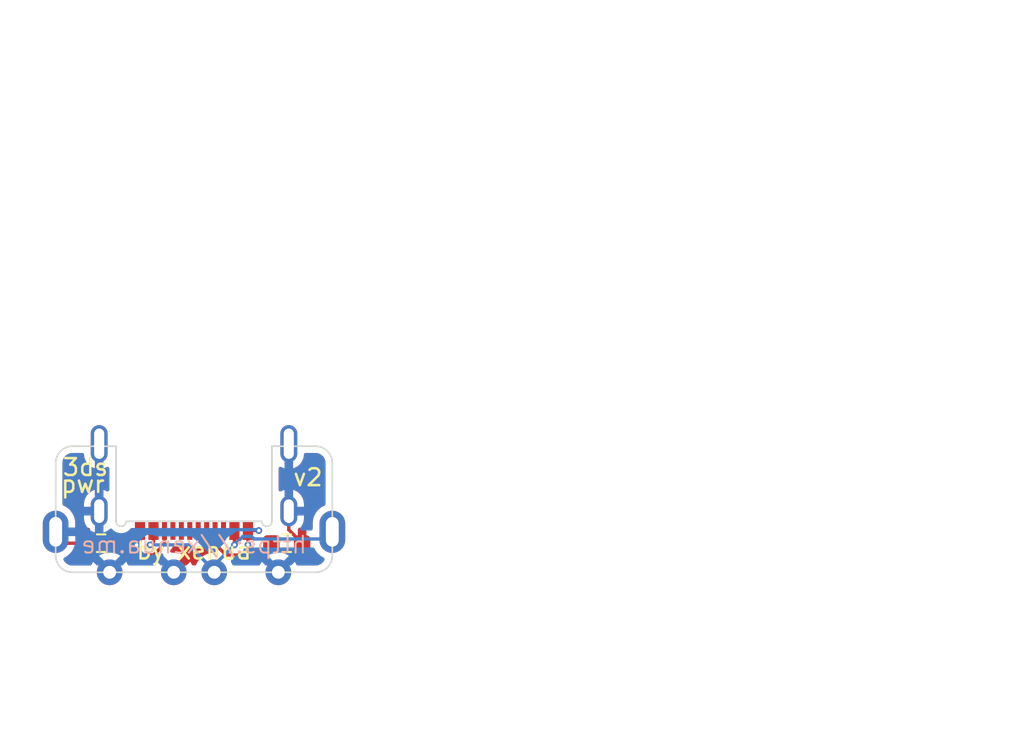
<source format=kicad_pcb>
(kicad_pcb (version 20211014) (generator pcbnew)
  (layers (0 "F.Cu" signal) (31 "B.Cu" signal) (34 "B.Paste" user) (35 "F.Paste" user) (36 "B.SilkS" user "B.Silkscreen") (37 "F.SilkS" user "F.Silkscreen") (38 "B.Mask" user) (39 "F.Mask" user) (44 "Edge.Cuts" user))
  (net 0 "")
  (net 1 "GND")
  (net 2 "VBUS")
  (net 3 "Net-(J1-PadA5)")
  (net 7 "Net-(J1-PadB5)")
  (footprint "Resistor_SMD:R_0603_1608Metric_Pad0.98x0.95mm_HandSolder" (layer "F.Cu") (at 128.5 92.5)
    (fp_text reference "R2" hide)
    (fp_text value "5.1k")
    (fp_line (start -0.254724 -0.5225) (end 0.254724 -0.5225) (layer "F.SilkS") (width 0.12))
    (fp_line (start -0.254724 0.5225) (end 0.254724 0.5225) (layer "F.SilkS") (width 0.12))
    (pad "1" smd roundrect (at -0.9125 0) (size 0.975 0.95) (layers "F.Cu" "F.Paste" "F.Mask") (net 1 "GND"))
    (pad "2" smd roundrect (at 0.9125 0) (size 0.975 0.95) (layers "F.Cu" "F.Paste" "F.Mask") (net 7 "Net-(J1-PadB5)"))
  )
  (footprint "Resistor_SMD:R_0603_1608Metric_Pad0.98x0.95mm_HandSolder" (layer "F.Cu") (at 139.5 92.5)
    (fp_text reference "R1" hide)
    (fp_text value "5.1k")
    (fp_line (start -0.254724 0.5225) (end 0.254724 0.5225) (layer "F.SilkS") (width 0.12))
    (fp_line (start -0.254724 -0.5225) (end 0.254724 -0.5225) (layer "F.SilkS") (width 0.12))
    (pad "1" smd roundrect (at -0.9125 0) (size 0.975 0.95) (layers "F.Cu" "F.Paste" "F.Mask") (net 3 "Net-(J1-PadA5)"))
    (pad "2" smd roundrect (at 0.9125 0) (size 0.975 0.95) (layers "F.Cu" "F.Paste" "F.Mask") (net 1 "GND"))
  )
  (footprint "xenua:USB_C_Receptacle_GCT_USB4510" (layer "F.Cu") (at 134 85 180)
    (fp_text reference "J1" hide)
    (fp_text value "USB_C_Receptacle_USB2.0")
    (fp_line (start -4.62 -1.75) (end -4.62 -6.2) (layer "Edge.Cuts") (width 0.1))
    (fp_line (start 4.62 -1.75) (end 4.62 -6.2) (layer "Edge.Cuts") (width 0.1))
    (fp_line (start 4.02 -6.2) (end -4.02 -6.2) (layer "Edge.Cuts") (width 0.1))
    (fp_arc (start -4.62 -6.2) (mid -4.32 -6.5) (end -4.02 -6.2) (layer "Edge.Cuts") (width 0.1))
    (fp_arc (start 4.02 -6.2) (mid 4.32 -6.5) (end 4.62 -6.2) (layer "Edge.Cuts") (width 0.1))
    (pad "A1" smd rect (at -3.2 -6.75 180) (size 0.6 1.1) (layers "F.Cu" "F.Paste" "F.Mask") (net 1 "GND"))
    (pad "A4" smd rect (at -2.4 -6.75 180) (size 0.6 1.1) (layers "F.Cu" "F.Paste" "F.Mask") (net 2 "VBUS"))
    (pad "A5" smd rect (at -1.25 -6.75 180) (size 0.3 1.1) (layers "F.Cu" "F.Paste" "F.Mask") (net 3 "Net-(J1-PadA5)"))
    (pad "A6" smd rect (at -0.25 -6.75 180) (size 0.3 1.1) (layers "F.Cu" "F.Paste" "F.Mask"))
    (pad "A7" smd rect (at 0.25 -6.75 180) (size 0.3 1.1) (layers "F.Cu" "F.Paste" "F.Mask"))
    (pad "A8" smd rect (at 1.25 -6.75 180) (size 0.3 1.1) (layers "F.Cu" "F.Paste" "F.Mask"))
    (pad "A9" smd rect (at 2.4 -6.75 180) (size 0.6 1.1) (layers "F.Cu" "F.Paste" "F.Mask") (net 2 "VBUS"))
    (pad "A12" smd rect (at 3.2 -6.75 180) (size 0.6 1.1) (layers "F.Cu" "F.Paste" "F.Mask") (net 1 "GND"))
    (pad "B1" smd rect (at 3.2 -6.75 180) (size 0.6 1.1) (layers "F.Cu" "F.Paste" "F.Mask") (net 1 "GND"))
    (pad "B4" smd rect (at 2.4 -6.75 180) (size 0.6 1.1) (layers "F.Cu" "F.Paste" "F.Mask") (net 2 "VBUS"))
    (pad "B5" smd rect (at 1.75 -6.75 180) (size 0.3 1.1) (layers "F.Cu" "F.Paste" "F.Mask") (net 7 "Net-(J1-PadB5)"))
    (pad "B6" smd rect (at 0.75 -6.75 180) (size 0.3 1.1) (layers "F.Cu" "F.Paste" "F.Mask"))
    (pad "B7" smd rect (at -0.75 -6.75 180) (size 0.3 1.1) (layers "F.Cu" "F.Paste" "F.Mask"))
    (pad "B8" smd rect (at -1.75 -6.75 180) (size 0.3 1.1) (layers "F.Cu" "F.Paste" "F.Mask"))
    (pad "B9" smd rect (at -2.4 -6.75 180) (size 0.6 1.1) (layers "F.Cu" "F.Paste" "F.Mask") (net 2 "VBUS"))
    (pad "B12" smd rect (at -3.2 -6.75 180) (size 0.6 1.1) (layers "F.Cu" "F.Paste" "F.Mask") (net 1 "GND"))
    (pad "S1" thru_hole oval (at -5.62 -5.6 180) (size 1 1.8) (drill oval 0.6 1.4) (layers *.Cu *.Mask) (net 1 "GND"))
    (pad "S1" thru_hole oval (at 5.62 -5.6 180) (size 1 1.8) (drill oval 0.6 1.4) (layers *.Cu *.Mask) (net 1 "GND"))
    (pad "S1" thru_hole oval (at 5.62 -1.6 180) (size 1 2.2) (drill oval 0.6 1.8) (layers *.Cu *.Mask) (net 1 "GND"))
    (pad "S1" thru_hole oval (at -5.62 -1.6 180) (size 1 2.2) (drill oval 0.6 1.8) (layers *.Cu *.Mask) (net 1 "GND"))
  )
  (footprint "3ds:3ds_power" (layer "F.Cu") (at 134 86.425)
    (fp_text reference "J2" hide)
    (fp_text value "3dspwr")
    (pad "1" thru_hole circle (at 5 7.8) (size 1.524 1.524) (drill 0.762) (layers *.Cu *.Mask) (net 1 "GND"))
    (pad "1" thru_hole circle (at -1.2 7.8) (size 1.524 1.524) (drill 0.762) (layers *.Cu *.Mask) (net 1 "GND"))
    (pad "1" thru_hole circle (at -5 7.8) (size 1.524 1.524) (drill 0.762) (layers *.Cu *.Mask) (net 1 "GND"))
    (pad "1" thru_hole oval (at -8.2 5.4) (size 1.524 2.5) (drill oval 0.762 1.762) (layers *.Cu *.Mask) (net 1 "GND"))
    (pad "2" thru_hole circle (at 1.2 7.8) (size 1.524 1.524) (drill 0.762) (layers *.Cu *.Mask) (net 2 "VBUS"))
    (pad "2" thru_hole oval (at 8.2 5.4) (size 1.524 2.5) (drill oval 0.762 1.762) (layers *.Cu *.Mask) (net 2 "VBUS"))
  )
  (gr_line (start 141.2 94.225) (end 126.8 94.225) (layer "Edge.Cuts") (width 0.1))
  (gr_arc (start 125.8 87.75) (mid 126.092893 87.042893) (end 126.8 86.75) (layer "Edge.Cuts") (width 0.1))
  (gr_arc (start 142.2 93.225) (mid 141.907107 93.932107) (end 141.2 94.225) (layer "Edge.Cuts") (width 0.1))
  (gr_line (start 138.62 86.75) (end 141.2 86.75) (layer "Edge.Cuts") (width 0.1))
  (gr_line (start 125.8 93.225) (end 125.8 87.75) (layer "Edge.Cuts") (width 0.1))
  (gr_arc (start 141.2 86.75) (mid 141.907107 87.042893) (end 142.2 87.75) (layer "Edge.Cuts") (width 0.1))
  (gr_line (start 142.2 87.75) (end 142.2 93.225) (layer "Edge.Cuts") (width 0.1))
  (gr_arc (start 126.8 94.225) (mid 126.092893 93.932107) (end 125.8 93.225) (layer "Edge.Cuts") (width 0.1))
  (gr_line (start 126.8 86.75) (end 129.38 86.75) (layer "Edge.Cuts") (width 0.1))
  (gr_text "https://xenua.me" (at 134 92.6) (layer "B.SilkS") (effects (font (size 1 1) (thickness 0.12)) (justify mirror)))
  (gr_text "pwr" (at 128.8 89) (layer "F.SilkS") (effects (font (size 1 1)) (justify right)))
  (gr_text "v2" (at 139.8 88.6) (layer "F.SilkS") (effects (font (size 1 1)) (justify left)))
  (gr_text "3ds" (at 129 88) (layer "F.SilkS") (effects (font (size 1 1)) (justify right)))
  (gr_text "by xenua" (at 134 92.95) (layer "F.SilkS") (effects (font (size 1 1))))
  (segment (start 127.5875 92.5) (end 126.475 92.5) (width 0.2) (layer "F.Cu") (net 1))
  (segment (start 140.4125 92.5) (end 140.4125 92.8125) (width 0.2) (layer "F.Cu") (net 1))
  (segment (start 137.2 91.75) (end 137.844522 91.75) (width 0.2) (layer "F.Cu") (net 1))
  (segment (start 130.8 91.75) (end 130.8 92.4) (width 0.2) (layer "F.Cu") (net 1))
  (segment (start 140.4125 92.5) (end 139.62 91.7075) (width 0.2) (layer "F.Cu") (net 1))
  (segment (start 127.5875 92.5) (end 128.38 91.7075) (width 0.2) (layer "F.Cu") (net 1))
  (segment (start 139.1 94.125) (end 139 94.125) (width 0.2) (layer "F.Cu") (net 1))
  (segment (start 139.62 91.7075) (end 139.62 90.6) (width 0.2) (layer "F.Cu") (net 1))
  (segment (start 128.38 90.905) (end 128.38 90.6) (width 0.2) (layer "F.Cu") (net 1))
  (segment (start 137.844522 91.75) (end 137.845022 91.7505) (width 0.2) (layer "F.Cu") (net 1))
  (segment (start 126.475 92.5) (end 125.9 91.925) (width 0.2) (layer "F.Cu") (net 1))
  (segment (start 128.38 91.7075) (end 128.38 90.6) (width 0.2) (layer "F.Cu") (net 1))
  (segment (start 127.5875 92.5) (end 127.5875 92.8125) (width 0.2) (layer "F.Cu") (net 1))
  (segment (start 130.8 91.75) (end 130.775 91.725) (width 0.2) (layer "F.Cu") (net 1))
  (segment (start 128.9 94.125) (end 129 94.125) (width 0.2) (layer "F.Cu") (net 1))
  (segment (start 139.62 90.82257) (end 139.62 90.6) (width 0.2) (layer "F.Cu") (net 1))
  (segment (start 127.5875 92.8125) (end 128.9 94.125) (width 0.2) (layer "F.Cu") (net 1))
  (segment (start 140.4125 92.8125) (end 139.1 94.125) (width 0.2) (layer "F.Cu") (net 1))
  (segment (start 125.9 91.925) (end 125.9 91.825) (width 0.2) (layer "F.Cu") (net 1))
  (segment (start 137.2 91.75) (end 137.225 91.725) (width 0.2) (layer "F.Cu") (net 1))
  (segment (start 137.2 91.75) (end 137.2 92.6) (width 0.2) (layer "F.Cu") (net 1))
  (segment (start 130.8 92.4) (end 130.6 92.6) (width 0.2) (layer "F.Cu") (net 1))
  (via (at 130.6 92.6) (size 0.4) (drill 0.2) (layers "F.Cu" "B.Cu") (net 1))
  (via (at 137.2 92.6) (size 0.4) (drill 0.2) (layers "F.Cu" "B.Cu") (net 1))
  (via (at 137.845022 91.7505) (size 0.4) (drill 0.2) (layers "F.Cu" "B.Cu") (net 1))
  (segment (start 136.3 91.7) (end 136.25 91.75) (width 0.2) (layer "B.Cu") (net 1))
  (segment (start 137.794522 91.7) (end 136.3 91.7) (width 0.2) (layer "B.Cu") (net 1))
  (segment (start 137.845022 91.7505) (end 137.794522 91.7) (width 0.2) (layer "B.Cu") (net 1))
  (segment (start 138.725 94.125) (end 139 94.125) (width 0.2) (layer "B.Cu") (net 1))
  (segment (start 131.6 92.4) (end 131.4 92.6) (width 0.2) (layer "F.Cu") (net 2))
  (segment (start 136.4 91.75) (end 136.4 92.6) (width 0.2) (layer "F.Cu") (net 2))
  (segment (start 131.6 91.75) (end 131.6 92.4) (width 0.2) (layer "F.Cu") (net 2))
  (via (at 136.4 92.6) (size 0.4) (drill 0.2) (layers "F.Cu" "B.Cu") (net 2))
  (via (at 131.4 92.6) (size 0.4) (drill 0.2) (layers "F.Cu" "B.Cu") (net 2))
  (segment (start 136.4 92.6) (end 135.2 93.8) (width 0.2) (layer "B.Cu") (net 2))
  (segment (start 131.4 92.6) (end 133.675 92.6) (width 0.2) (layer "B.Cu") (net 2))
  (segment (start 136.9 92.1) (end 137.407107 92.1) (width 0.2) (layer "B.Cu") (net 2))
  (segment (start 141.675 92.25) (end 142.1 91.825) (width 0.2) (layer "B.Cu") (net 2))
  (segment (start 137.407107 92.1) (end 137.557107 92.25) (width 0.2) (layer "B.Cu") (net 2))
  (segment (start 137.557107 92.25) (end 141.675 92.25) (width 0.2) (layer "B.Cu") (net 2))
  (segment (start 136.4 92.6) (end 136.9 92.1) (width 0.2) (layer "B.Cu") (net 2))
  (segment (start 133.675 92.6) (end 135.2 94.125) (width 0.2) (layer "B.Cu") (net 2))
  (segment (start 135.2 93.8) (end 135.2 94.125) (width 0.2) (layer "B.Cu") (net 2))
  (segment (start 135.9 93.2) (end 137.8875 93.2) (width 0.2) (layer "F.Cu") (net 3))
  (segment (start 135.25 91.75) (end 135.25 92.55) (width 0.2) (layer "F.Cu") (net 3))
  (segment (start 137.8875 93.2) (end 138.5875 92.5) (width 0.2) (layer "F.Cu") (net 3))
  (segment (start 135.25 92.55) (end 135.9 93.2) (width 0.2) (layer "F.Cu") (net 3))
  (segment (start 130.1125 93.2) (end 129.4125 92.5) (width 0.2) (layer "F.Cu") (net 7))
  (segment (start 131.6 93.2) (end 130.1125 93.2) (width 0.2) (layer "F.Cu") (net 7))
  (segment (start 132.25 92.55) (end 131.6 93.2) (width 0.2) (layer "F.Cu") (net 7))
  (segment (start 132.25 91.75) (end 132.25 92.55) (width 0.2) (layer "F.Cu") (net 7))
  (zone (net 1) (net_name "GND") (layers F&B.Cu) (connect_pads (clearance 0.4)) (min_thickness 0.2) (fill yes (thermal_gap 0.4) (thermal_bridge_width 0.508))
    (polygon (pts (xy 143.3 95.425) (xy 124.3 95.425) (xy 124.3 84.725) (xy 143.3 84.725)))
  )
)
</source>
